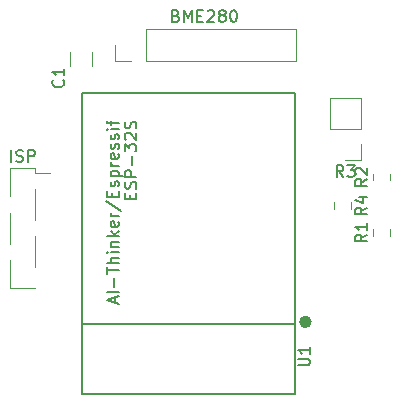
<source format=gbr>
G04 #@! TF.GenerationSoftware,KiCad,Pcbnew,5.0.2-bee76a0~70~ubuntu18.04.1*
G04 #@! TF.CreationDate,2018-12-11T14:37:26+01:00*
G04 #@! TF.ProjectId,Thermometer,54686572-6d6f-46d6-9574-65722e6b6963,rev?*
G04 #@! TF.SameCoordinates,Original*
G04 #@! TF.FileFunction,Legend,Top*
G04 #@! TF.FilePolarity,Positive*
%FSLAX46Y46*%
G04 Gerber Fmt 4.6, Leading zero omitted, Abs format (unit mm)*
G04 Created by KiCad (PCBNEW 5.0.2-bee76a0~70~ubuntu18.04.1) date mar. 11 déc. 2018 14:37:26 CET*
%MOMM*%
%LPD*%
G01*
G04 APERTURE LIST*
%ADD10C,0.120000*%
%ADD11C,0.500000*%
%ADD12C,0.150000*%
G04 APERTURE END LIST*
D10*
G04 #@! TO.C,C1*
X121687000Y-87572436D02*
X121687000Y-88776564D01*
X119867000Y-87572436D02*
X119867000Y-88776564D01*
D11*
G04 #@! TO.C,U1*
X140036547Y-110439338D02*
G75*
G03X140036547Y-110439338I-283981J0D01*
G01*
D12*
X120846566Y-110585338D02*
X138846566Y-110585338D01*
X138846566Y-116585338D02*
X138846566Y-91085338D01*
X120846566Y-116585338D02*
X120846566Y-91085338D01*
X120846566Y-91085338D02*
X138846566Y-91085338D01*
X120846566Y-116585338D02*
X138846566Y-116585338D01*
D10*
G04 #@! TO.C,BME280*
X138998000Y-88325000D02*
X138998000Y-85665000D01*
X126238000Y-88325000D02*
X138998000Y-88325000D01*
X126238000Y-85665000D02*
X138998000Y-85665000D01*
X126238000Y-88325000D02*
X126238000Y-85665000D01*
X124968000Y-88325000D02*
X123638000Y-88325000D01*
X123638000Y-88325000D02*
X123638000Y-86995000D01*
G04 #@! TO.C,ISP*
X114765000Y-97440000D02*
X116885000Y-97440000D01*
X114765000Y-107560000D02*
X116885000Y-107560000D01*
X116885000Y-99185000D02*
X116885000Y-101815000D01*
X116885000Y-103185000D02*
X116885000Y-105815000D01*
X114765000Y-97440000D02*
X114765000Y-99815000D01*
X116885000Y-97815000D02*
X118115000Y-97815000D01*
X116885000Y-97440000D02*
X116885000Y-97815000D01*
X114765000Y-107185000D02*
X114765000Y-107560000D01*
X114765000Y-101185000D02*
X114765000Y-103815000D01*
X114765000Y-105185000D02*
X114765000Y-107560000D01*
G04 #@! TO.C,R1*
X145467000Y-103140252D02*
X145467000Y-102617748D01*
X146887000Y-103140252D02*
X146887000Y-102617748D01*
G04 #@! TO.C,R2*
X146887000Y-98423252D02*
X146887000Y-97900748D01*
X145467000Y-98423252D02*
X145467000Y-97900748D01*
G04 #@! TO.C,R3*
X144459000Y-91507000D02*
X141799000Y-91507000D01*
X144459000Y-94107000D02*
X144459000Y-91507000D01*
X141799000Y-94107000D02*
X141799000Y-91507000D01*
X144459000Y-94107000D02*
X141799000Y-94107000D01*
X144459000Y-95377000D02*
X144459000Y-96707000D01*
X144459000Y-96707000D02*
X143129000Y-96707000D01*
G04 #@! TO.C,R4*
X143585000Y-100331748D02*
X143585000Y-100854252D01*
X142165000Y-100331748D02*
X142165000Y-100854252D01*
G04 #@! TO.C,C1*
D12*
X119229142Y-89955666D02*
X119276761Y-90003285D01*
X119324380Y-90146142D01*
X119324380Y-90241380D01*
X119276761Y-90384238D01*
X119181523Y-90479476D01*
X119086285Y-90527095D01*
X118895809Y-90574714D01*
X118752952Y-90574714D01*
X118562476Y-90527095D01*
X118467238Y-90479476D01*
X118372000Y-90384238D01*
X118324380Y-90241380D01*
X118324380Y-90146142D01*
X118372000Y-90003285D01*
X118419619Y-89955666D01*
X119324380Y-89003285D02*
X119324380Y-89574714D01*
X119324380Y-89289000D02*
X118324380Y-89289000D01*
X118467238Y-89384238D01*
X118562476Y-89479476D01*
X118610095Y-89574714D01*
G04 #@! TO.C,U1*
X139146380Y-114129904D02*
X139955904Y-114129904D01*
X140051142Y-114082285D01*
X140098761Y-114034666D01*
X140146380Y-113939428D01*
X140146380Y-113748952D01*
X140098761Y-113653714D01*
X140051142Y-113606095D01*
X139955904Y-113558476D01*
X139146380Y-113558476D01*
X140146380Y-112558476D02*
X140146380Y-113129904D01*
X140146380Y-112844190D02*
X139146380Y-112844190D01*
X139289238Y-112939428D01*
X139384476Y-113034666D01*
X139432095Y-113129904D01*
X123660666Y-108834666D02*
X123660666Y-108358476D01*
X123946380Y-108929904D02*
X122946380Y-108596571D01*
X123946380Y-108263238D01*
X123946380Y-107929904D02*
X122946380Y-107929904D01*
X123565428Y-107453714D02*
X123565428Y-106691809D01*
X122946380Y-106358476D02*
X122946380Y-105787047D01*
X123946380Y-106072761D02*
X122946380Y-106072761D01*
X123946380Y-105453714D02*
X122946380Y-105453714D01*
X123946380Y-105025142D02*
X123422571Y-105025142D01*
X123327333Y-105072761D01*
X123279714Y-105168000D01*
X123279714Y-105310857D01*
X123327333Y-105406095D01*
X123374952Y-105453714D01*
X123946380Y-104548952D02*
X123279714Y-104548952D01*
X122946380Y-104548952D02*
X122994000Y-104596571D01*
X123041619Y-104548952D01*
X122994000Y-104501333D01*
X122946380Y-104548952D01*
X123041619Y-104548952D01*
X123279714Y-104072761D02*
X123946380Y-104072761D01*
X123374952Y-104072761D02*
X123327333Y-104025142D01*
X123279714Y-103929904D01*
X123279714Y-103787047D01*
X123327333Y-103691809D01*
X123422571Y-103644190D01*
X123946380Y-103644190D01*
X123946380Y-103168000D02*
X122946380Y-103168000D01*
X123565428Y-103072761D02*
X123946380Y-102787047D01*
X123279714Y-102787047D02*
X123660666Y-103168000D01*
X123898761Y-101977523D02*
X123946380Y-102072761D01*
X123946380Y-102263238D01*
X123898761Y-102358476D01*
X123803523Y-102406095D01*
X123422571Y-102406095D01*
X123327333Y-102358476D01*
X123279714Y-102263238D01*
X123279714Y-102072761D01*
X123327333Y-101977523D01*
X123422571Y-101929904D01*
X123517809Y-101929904D01*
X123613047Y-102406095D01*
X123946380Y-101501333D02*
X123279714Y-101501333D01*
X123470190Y-101501333D02*
X123374952Y-101453714D01*
X123327333Y-101406095D01*
X123279714Y-101310857D01*
X123279714Y-101215619D01*
X122898761Y-100168000D02*
X124184476Y-101025142D01*
X123422571Y-99834666D02*
X123422571Y-99501333D01*
X123946380Y-99358476D02*
X123946380Y-99834666D01*
X122946380Y-99834666D01*
X122946380Y-99358476D01*
X123898761Y-98977523D02*
X123946380Y-98882285D01*
X123946380Y-98691809D01*
X123898761Y-98596571D01*
X123803523Y-98548952D01*
X123755904Y-98548952D01*
X123660666Y-98596571D01*
X123613047Y-98691809D01*
X123613047Y-98834666D01*
X123565428Y-98929904D01*
X123470190Y-98977523D01*
X123422571Y-98977523D01*
X123327333Y-98929904D01*
X123279714Y-98834666D01*
X123279714Y-98691809D01*
X123327333Y-98596571D01*
X123279714Y-98120380D02*
X124279714Y-98120380D01*
X123327333Y-98120380D02*
X123279714Y-98025142D01*
X123279714Y-97834666D01*
X123327333Y-97739428D01*
X123374952Y-97691809D01*
X123470190Y-97644190D01*
X123755904Y-97644190D01*
X123851142Y-97691809D01*
X123898761Y-97739428D01*
X123946380Y-97834666D01*
X123946380Y-98025142D01*
X123898761Y-98120380D01*
X123946380Y-97215619D02*
X123279714Y-97215619D01*
X123470190Y-97215619D02*
X123374952Y-97168000D01*
X123327333Y-97120380D01*
X123279714Y-97025142D01*
X123279714Y-96929904D01*
X123898761Y-96215619D02*
X123946380Y-96310857D01*
X123946380Y-96501333D01*
X123898761Y-96596571D01*
X123803523Y-96644190D01*
X123422571Y-96644190D01*
X123327333Y-96596571D01*
X123279714Y-96501333D01*
X123279714Y-96310857D01*
X123327333Y-96215619D01*
X123422571Y-96168000D01*
X123517809Y-96168000D01*
X123613047Y-96644190D01*
X123898761Y-95787047D02*
X123946380Y-95691809D01*
X123946380Y-95501333D01*
X123898761Y-95406095D01*
X123803523Y-95358476D01*
X123755904Y-95358476D01*
X123660666Y-95406095D01*
X123613047Y-95501333D01*
X123613047Y-95644190D01*
X123565428Y-95739428D01*
X123470190Y-95787047D01*
X123422571Y-95787047D01*
X123327333Y-95739428D01*
X123279714Y-95644190D01*
X123279714Y-95501333D01*
X123327333Y-95406095D01*
X123898761Y-94977523D02*
X123946380Y-94882285D01*
X123946380Y-94691809D01*
X123898761Y-94596571D01*
X123803523Y-94548952D01*
X123755904Y-94548952D01*
X123660666Y-94596571D01*
X123613047Y-94691809D01*
X123613047Y-94834666D01*
X123565428Y-94929904D01*
X123470190Y-94977523D01*
X123422571Y-94977523D01*
X123327333Y-94929904D01*
X123279714Y-94834666D01*
X123279714Y-94691809D01*
X123327333Y-94596571D01*
X123946380Y-94120380D02*
X123279714Y-94120380D01*
X122946380Y-94120380D02*
X122994000Y-94168000D01*
X123041619Y-94120380D01*
X122994000Y-94072761D01*
X122946380Y-94120380D01*
X123041619Y-94120380D01*
X123279714Y-93787047D02*
X123279714Y-93406095D01*
X123946380Y-93644190D02*
X123089238Y-93644190D01*
X122994000Y-93596571D01*
X122946380Y-93501333D01*
X122946380Y-93406095D01*
X124922571Y-100006095D02*
X124922571Y-99672761D01*
X125446380Y-99529904D02*
X125446380Y-100006095D01*
X124446380Y-100006095D01*
X124446380Y-99529904D01*
X125398761Y-99148952D02*
X125446380Y-99006095D01*
X125446380Y-98768000D01*
X125398761Y-98672761D01*
X125351142Y-98625142D01*
X125255904Y-98577523D01*
X125160666Y-98577523D01*
X125065428Y-98625142D01*
X125017809Y-98672761D01*
X124970190Y-98768000D01*
X124922571Y-98958476D01*
X124874952Y-99053714D01*
X124827333Y-99101333D01*
X124732095Y-99148952D01*
X124636857Y-99148952D01*
X124541619Y-99101333D01*
X124494000Y-99053714D01*
X124446380Y-98958476D01*
X124446380Y-98720380D01*
X124494000Y-98577523D01*
X125446380Y-98148952D02*
X124446380Y-98148952D01*
X124446380Y-97768000D01*
X124494000Y-97672761D01*
X124541619Y-97625142D01*
X124636857Y-97577523D01*
X124779714Y-97577523D01*
X124874952Y-97625142D01*
X124922571Y-97672761D01*
X124970190Y-97768000D01*
X124970190Y-98148952D01*
X125065428Y-97148952D02*
X125065428Y-96387047D01*
X124446380Y-96006095D02*
X124446380Y-95387047D01*
X124827333Y-95720380D01*
X124827333Y-95577523D01*
X124874952Y-95482285D01*
X124922571Y-95434666D01*
X125017809Y-95387047D01*
X125255904Y-95387047D01*
X125351142Y-95434666D01*
X125398761Y-95482285D01*
X125446380Y-95577523D01*
X125446380Y-95863238D01*
X125398761Y-95958476D01*
X125351142Y-96006095D01*
X124541619Y-95006095D02*
X124494000Y-94958476D01*
X124446380Y-94863238D01*
X124446380Y-94625142D01*
X124494000Y-94529904D01*
X124541619Y-94482285D01*
X124636857Y-94434666D01*
X124732095Y-94434666D01*
X124874952Y-94482285D01*
X125446380Y-95053714D01*
X125446380Y-94434666D01*
X125398761Y-94053714D02*
X125446380Y-93910857D01*
X125446380Y-93672761D01*
X125398761Y-93577523D01*
X125351142Y-93529904D01*
X125255904Y-93482285D01*
X125160666Y-93482285D01*
X125065428Y-93529904D01*
X125017809Y-93577523D01*
X124970190Y-93672761D01*
X124922571Y-93863238D01*
X124874952Y-93958476D01*
X124827333Y-94006095D01*
X124732095Y-94053714D01*
X124636857Y-94053714D01*
X124541619Y-94006095D01*
X124494000Y-93958476D01*
X124446380Y-93863238D01*
X124446380Y-93625142D01*
X124494000Y-93482285D01*
G04 #@! TO.C,BME280*
X128810047Y-84510571D02*
X128952904Y-84558190D01*
X129000523Y-84605809D01*
X129048142Y-84701047D01*
X129048142Y-84843904D01*
X129000523Y-84939142D01*
X128952904Y-84986761D01*
X128857666Y-85034380D01*
X128476714Y-85034380D01*
X128476714Y-84034380D01*
X128810047Y-84034380D01*
X128905285Y-84082000D01*
X128952904Y-84129619D01*
X129000523Y-84224857D01*
X129000523Y-84320095D01*
X128952904Y-84415333D01*
X128905285Y-84462952D01*
X128810047Y-84510571D01*
X128476714Y-84510571D01*
X129476714Y-85034380D02*
X129476714Y-84034380D01*
X129810047Y-84748666D01*
X130143380Y-84034380D01*
X130143380Y-85034380D01*
X130619571Y-84510571D02*
X130952904Y-84510571D01*
X131095761Y-85034380D02*
X130619571Y-85034380D01*
X130619571Y-84034380D01*
X131095761Y-84034380D01*
X131476714Y-84129619D02*
X131524333Y-84082000D01*
X131619571Y-84034380D01*
X131857666Y-84034380D01*
X131952904Y-84082000D01*
X132000523Y-84129619D01*
X132048142Y-84224857D01*
X132048142Y-84320095D01*
X132000523Y-84462952D01*
X131429095Y-85034380D01*
X132048142Y-85034380D01*
X132619571Y-84462952D02*
X132524333Y-84415333D01*
X132476714Y-84367714D01*
X132429095Y-84272476D01*
X132429095Y-84224857D01*
X132476714Y-84129619D01*
X132524333Y-84082000D01*
X132619571Y-84034380D01*
X132810047Y-84034380D01*
X132905285Y-84082000D01*
X132952904Y-84129619D01*
X133000523Y-84224857D01*
X133000523Y-84272476D01*
X132952904Y-84367714D01*
X132905285Y-84415333D01*
X132810047Y-84462952D01*
X132619571Y-84462952D01*
X132524333Y-84510571D01*
X132476714Y-84558190D01*
X132429095Y-84653428D01*
X132429095Y-84843904D01*
X132476714Y-84939142D01*
X132524333Y-84986761D01*
X132619571Y-85034380D01*
X132810047Y-85034380D01*
X132905285Y-84986761D01*
X132952904Y-84939142D01*
X133000523Y-84843904D01*
X133000523Y-84653428D01*
X132952904Y-84558190D01*
X132905285Y-84510571D01*
X132810047Y-84462952D01*
X133619571Y-84034380D02*
X133714809Y-84034380D01*
X133810047Y-84082000D01*
X133857666Y-84129619D01*
X133905285Y-84224857D01*
X133952904Y-84415333D01*
X133952904Y-84653428D01*
X133905285Y-84843904D01*
X133857666Y-84939142D01*
X133810047Y-84986761D01*
X133714809Y-85034380D01*
X133619571Y-85034380D01*
X133524333Y-84986761D01*
X133476714Y-84939142D01*
X133429095Y-84843904D01*
X133381476Y-84653428D01*
X133381476Y-84415333D01*
X133429095Y-84224857D01*
X133476714Y-84129619D01*
X133524333Y-84082000D01*
X133619571Y-84034380D01*
G04 #@! TO.C,ISP*
X114848809Y-96892380D02*
X114848809Y-95892380D01*
X115277380Y-96844761D02*
X115420238Y-96892380D01*
X115658333Y-96892380D01*
X115753571Y-96844761D01*
X115801190Y-96797142D01*
X115848809Y-96701904D01*
X115848809Y-96606666D01*
X115801190Y-96511428D01*
X115753571Y-96463809D01*
X115658333Y-96416190D01*
X115467857Y-96368571D01*
X115372619Y-96320952D01*
X115325000Y-96273333D01*
X115277380Y-96178095D01*
X115277380Y-96082857D01*
X115325000Y-95987619D01*
X115372619Y-95940000D01*
X115467857Y-95892380D01*
X115705952Y-95892380D01*
X115848809Y-95940000D01*
X116277380Y-96892380D02*
X116277380Y-95892380D01*
X116658333Y-95892380D01*
X116753571Y-95940000D01*
X116801190Y-95987619D01*
X116848809Y-96082857D01*
X116848809Y-96225714D01*
X116801190Y-96320952D01*
X116753571Y-96368571D01*
X116658333Y-96416190D01*
X116277380Y-96416190D01*
G04 #@! TO.C,R1*
X144979380Y-103045666D02*
X144503190Y-103379000D01*
X144979380Y-103617095D02*
X143979380Y-103617095D01*
X143979380Y-103236142D01*
X144027000Y-103140904D01*
X144074619Y-103093285D01*
X144169857Y-103045666D01*
X144312714Y-103045666D01*
X144407952Y-103093285D01*
X144455571Y-103140904D01*
X144503190Y-103236142D01*
X144503190Y-103617095D01*
X144979380Y-102093285D02*
X144979380Y-102664714D01*
X144979380Y-102379000D02*
X143979380Y-102379000D01*
X144122238Y-102474238D01*
X144217476Y-102569476D01*
X144265095Y-102664714D01*
G04 #@! TO.C,R2*
X144979380Y-98328666D02*
X144503190Y-98662000D01*
X144979380Y-98900095D02*
X143979380Y-98900095D01*
X143979380Y-98519142D01*
X144027000Y-98423904D01*
X144074619Y-98376285D01*
X144169857Y-98328666D01*
X144312714Y-98328666D01*
X144407952Y-98376285D01*
X144455571Y-98423904D01*
X144503190Y-98519142D01*
X144503190Y-98900095D01*
X144074619Y-97947714D02*
X144027000Y-97900095D01*
X143979380Y-97804857D01*
X143979380Y-97566761D01*
X144027000Y-97471523D01*
X144074619Y-97423904D01*
X144169857Y-97376285D01*
X144265095Y-97376285D01*
X144407952Y-97423904D01*
X144979380Y-97995333D01*
X144979380Y-97376285D01*
G04 #@! TO.C,R3*
X142962333Y-98159380D02*
X142629000Y-97683190D01*
X142390904Y-98159380D02*
X142390904Y-97159380D01*
X142771857Y-97159380D01*
X142867095Y-97207000D01*
X142914714Y-97254619D01*
X142962333Y-97349857D01*
X142962333Y-97492714D01*
X142914714Y-97587952D01*
X142867095Y-97635571D01*
X142771857Y-97683190D01*
X142390904Y-97683190D01*
X143295666Y-97159380D02*
X143914714Y-97159380D01*
X143581380Y-97540333D01*
X143724238Y-97540333D01*
X143819476Y-97587952D01*
X143867095Y-97635571D01*
X143914714Y-97730809D01*
X143914714Y-97968904D01*
X143867095Y-98064142D01*
X143819476Y-98111761D01*
X143724238Y-98159380D01*
X143438523Y-98159380D01*
X143343285Y-98111761D01*
X143295666Y-98064142D01*
G04 #@! TO.C,R4*
X144977380Y-100759666D02*
X144501190Y-101093000D01*
X144977380Y-101331095D02*
X143977380Y-101331095D01*
X143977380Y-100950142D01*
X144025000Y-100854904D01*
X144072619Y-100807285D01*
X144167857Y-100759666D01*
X144310714Y-100759666D01*
X144405952Y-100807285D01*
X144453571Y-100854904D01*
X144501190Y-100950142D01*
X144501190Y-101331095D01*
X144310714Y-99902523D02*
X144977380Y-99902523D01*
X143929761Y-100140619D02*
X144644047Y-100378714D01*
X144644047Y-99759666D01*
G04 #@! TD*
M02*

</source>
